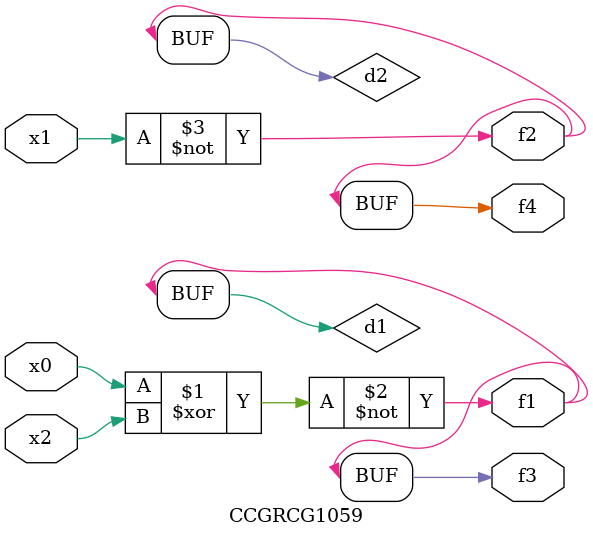
<source format=v>
module CCGRCG1059(
	input x0, x1, x2,
	output f1, f2, f3, f4
);

	wire d1, d2, d3;

	xnor (d1, x0, x2);
	nand (d2, x1);
	nor (d3, x1, x2);
	assign f1 = d1;
	assign f2 = d2;
	assign f3 = d1;
	assign f4 = d2;
endmodule

</source>
